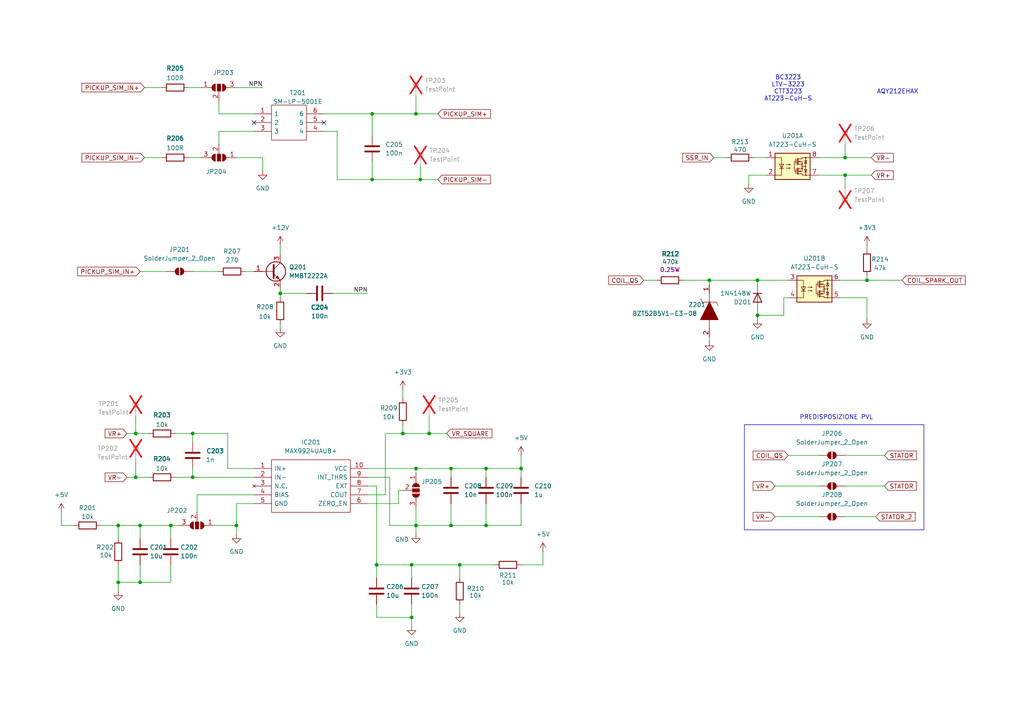
<source format=kicad_sch>
(kicad_sch (version 20250114) (generator "eeschema") (generator_version "9.0")
  (paper "A4")
  (lib_symbols
    (symbol "Connector:TestPoint" (pin_numbers (hide yes)) (pin_names (offset 0.762) (hide yes))
      (property "Reference" "TP" (at 0 6.858 0))
      (property "Value" "TestPoint" (at 0 5.08 0))
      (symbol "TestPoint_0_1"
        (circle (center 0 3.302) (radius 0.762))
      )
      (symbol "TestPoint_1_1"
        (pin passive line (at 0 0 90) (length 2.54) (name "1") (number "1"))
      )
    )
    (symbol "Device:C" (pin_numbers (hide yes)) (pin_names (offset 0.254))
      (property "Reference" "C" (at 0.635 2.54 0))
      (property "Value" "C" (at 0.635 -2.54 0))
      (symbol "C_0_1"
        (polyline (pts (xy -2.032 0.762) (xy 2.032 0.762)) (stroke (width 0.508)))
        (polyline (pts (xy -2.032 -0.762) (xy 2.032 -0.762)) (stroke (width 0.508)))
      )
      (symbol "C_1_1"
        (pin passive line (at 0 3.81 270) (length 2.794) (name "~") (number "1"))
        (pin passive line (at 0 -3.81 90) (length 2.794) (name "~") (number "2"))
      )
    )
    (symbol "Device:R" (pin_numbers (hide yes)) (pin_names (offset 0))
      (property "Reference" "R" (at 2.032 0 90))
      (property "Value" "R" (at 0 0 90))
      (symbol "R_0_1"
        (rectangle (start -1.016 -2.54) (end 1.016 2.54) (stroke (width 0.254)))
      )
      (symbol "R_1_1"
        (pin passive line (at 0 3.81 270) (length 1.27) (name "~") (number "1"))
        (pin passive line (at 0 -3.81 90) (length 1.27) (name "~") (number "2"))
      )
    )
    (symbol "Diode:1N4148W" (pin_numbers (hide yes)) (pin_names (hide yes))
      (property "Reference" "D" (at 0 2.54 0))
      (property "Value" "1N4148W" (at 0 -2.54 0))
      (symbol "1N4148W_0_1"
        (polyline (pts (xy -1.27 1.27) (xy -1.27 -1.27)) (stroke (width 0.254)))
        (polyline (pts (xy 1.27 1.27) (xy 1.27 -1.27) (xy -1.27 0) (xy 1.27 1.27)) (stroke (width 0.254)))
        (polyline (pts (xy 1.27 0) (xy -1.27 0)))
      )
      (symbol "1N4148W_1_1"
        (pin passive line (at -3.81 0 0) (length 2.54) (name "K") (number "1"))
        (pin passive line (at 3.81 0 180) (length 2.54) (name "A") (number "2"))
      )
    )
    (symbol "Jumper:SolderJumper_2_Open" (pin_numbers (hide yes)) (pin_names (offset 0) (hide yes)) (in_bom no)
      (property "Reference" "JP" (at 0 2.032 0))
      (property "Value" "SolderJumper_2_Open" (at 0 -2.54 0))
      (symbol "SolderJumper_2_Open_0_1"
        (polyline (pts (xy -0.254 1.016) (xy -0.254 -1.016)))
        (arc (start -0.254 -1.016) (mid -1.2656 0) (end -0.254 1.016))
        (arc (start -0.254 -1.016) (mid -1.2656 0) (end -0.254 1.016) (fill (type outline)))
        (arc (start 0.254 1.016) (mid 1.2656 0) (end 0.254 -1.016))
        (arc (start 0.254 1.016) (mid 1.2656 0) (end 0.254 -1.016) (fill (type outline)))
        (polyline (pts (xy 0.254 1.016) (xy 0.254 -1.016)))
      )
      (symbol "SolderJumper_2_Open_1_1"
        (pin passive line (at -3.81 0 0) (length 2.54) (name "A") (number "1"))
        (pin passive line (at 3.81 0 180) (length 2.54) (name "B") (number "2"))
      )
    )
    (symbol "Jumper:SolderJumper_3_Open" (pin_names (offset 0) (hide yes)) (in_bom no)
      (property "Reference" "JP" (at -2.54 -2.54 0))
      (property "Value" "SolderJumper_3_Open" (at 0 2.794 0))
      (symbol "SolderJumper_3_Open_0_1"
        (polyline (pts (xy -2.54 0) (xy -2.032 0)))
        (polyline (pts (xy -1.016 1.016) (xy -1.016 -1.016)))
        (arc (start -1.016 -1.016) (mid -2.0276 0) (end -1.016 1.016))
        (arc (start -1.016 -1.016) (mid -2.0276 0) (end -1.016 1.016) (fill (type outline)))
        (rectangle (start -0.508 1.016) (end 0.508 -1.016) (fill (type outline)))
        (polyline (pts (xy 0 -1.27) (xy 0 -1.016)))
        (arc (start 1.016 1.016) (mid 2.0276 0) (end 1.016 -1.016))
        (arc (start 1.016 1.016) (mid 2.0276 0) (end 1.016 -1.016) (fill (type outline)))
        (polyline (pts (xy 1.016 1.016) (xy 1.016 -1.016)))
        (polyline (pts (xy 2.54 0) (xy 2.032 0)))
      )
      (symbol "SolderJumper_3_Open_1_1"
        (pin passive line (at -5.08 0 0) (length 2.54) (name "A") (number "1"))
        (pin passive line (at 0 -3.81 90) (length 2.54) (name "C") (number "2"))
        (pin passive line (at 5.08 0 180) (length 2.54) (name "B") (number "3"))
      )
    )
    (symbol "Relay_SolidState:CPC2125N"
      (property "Reference" "U" (at -4.826 5.08 0))
      (property "Value" "CPC2125N" (at 2.794 5.08 0))
      (symbol "CPC2125N_0_1"
        (rectangle (start -5.08 3.81) (end 5.08 -3.81) (stroke (width 0.254)) (fill (type background)))
        (polyline (pts (xy -5.08 2.54) (xy -3.175 2.54) (xy -3.175 -2.54) (xy -5.08 -2.54)))
        (polyline (pts (xy -3.81 -0.635) (xy -2.54 -0.635)))
        (polyline (pts (xy -3.175 -0.635) (xy -3.81 0.635) (xy -2.54 0.635) (xy -3.175 -0.635)))
        (polyline (pts (xy -1.905 0.508) (xy -0.635 0.508) (xy -1.016 0.381) (xy -1.016 0.635) (xy -0.635 0.508)))
        (polyline (pts (xy -1.905 -0.508) (xy -0.635 -0.508) (xy -1.016 -0.635) (xy -1.016 -0.381) (xy -0.635 -0.508)))
        (polyline (pts (xy 1.016 2.159) (xy 1.016 0.635)) (stroke (width 0.2032)))
        (polyline (pts (xy 1.016 1.397) (xy 0.508 1.397) (xy 0.508 -1.397) (xy 1.016 -1.397)))
        (polyline (pts (xy 1.016 -0.635) (xy 1.016 -2.159)) (stroke (width 0.2032)))
        (polyline (pts (xy 1.651 2.159) (xy 2.794 2.159) (xy 2.794 2.54) (xy 5.08 2.54)))
        (polyline (pts (xy 1.651 1.397) (xy 2.794 1.397) (xy 2.794 0.635)))
        (polyline (pts (xy 1.651 -0.635) (xy 2.794 -0.635) (xy 2.794 0.635) (xy 1.651 0.635)))
        (polyline (pts (xy 1.651 -1.397) (xy 2.794 -1.397) (xy 2.794 -0.635)))
        (polyline (pts (xy 1.651 -2.159) (xy 2.794 -2.159) (xy 2.794 -2.54) (xy 5.08 -2.54)))
        (polyline (pts (xy 1.778 1.397) (xy 2.286 1.524) (xy 2.286 1.27) (xy 1.778 1.397)))
        (polyline (pts (xy 1.778 -1.397) (xy 2.286 -1.27) (xy 2.286 -1.524) (xy 1.778 -1.397)))
        (circle (center 2.794 0.635) (radius 0.127))
        (polyline (pts (xy 2.794 0) (xy 3.81 0)))
        (circle (center 2.794 0) (radius 0.127))
        (circle (center 2.794 -0.635) (radius 0.127))
        (polyline (pts (xy 3.429 1.651) (xy 4.191 1.651)))
        (polyline (pts (xy 3.429 -1.651) (xy 4.191 -1.651)))
        (circle (center 3.81 2.54) (radius 0.127))
        (polyline (pts (xy 3.81 1.651) (xy 3.429 0.889) (xy 4.191 0.889) (xy 3.81 1.651)))
        (circle (center 3.81 0) (radius 0.127))
        (polyline (pts (xy 3.81 -1.651) (xy 3.429 -0.889) (xy 4.191 -0.889) (xy 3.81 -1.651)))
        (polyline (pts (xy 3.81 -2.54) (xy 3.81 2.54)))
        (circle (center 3.81 -2.54) (radius 0.127))
      )
      (symbol "CPC2125N_1_1"
        (polyline (pts (xy 1.524 2.286) (xy 1.524 0.508)) (stroke (width 0.3302)))
        (polyline (pts (xy 1.524 -0.508) (xy 1.524 -2.286)) (stroke (width 0.3302)))
        (pin passive line (at -7.62 2.54 0) (length 2.54) (name "~") (number "1"))
        (pin passive line (at -7.62 -2.54 0) (length 2.54) (name "~") (number "2"))
        (pin passive line (at 7.62 2.54 180) (length 2.54) (name "~") (number "8"))
        (pin passive line (at 7.62 -2.54 180) (length 2.54) (name "~") (number "7"))
      )
      (symbol "CPC2125N_2_1"
        (polyline (pts (xy 1.524 2.286) (xy 1.524 0.508)) (stroke (width 0.3302)))
        (polyline (pts (xy 1.524 -0.508) (xy 1.524 -2.286)) (stroke (width 0.3302)))
        (pin passive line (at -7.62 2.54 0) (length 2.54) (name "~") (number "3"))
        (pin passive line (at -7.62 -2.54 0) (length 2.54) (name "~") (number "4"))
        (pin passive line (at 7.62 2.54 180) (length 2.54) (name "~") (number "6"))
        (pin passive line (at 7.62 -2.54 180) (length 2.54) (name "~") (number "5"))
      )
    )
    (symbol "SamacSys_Parts:BZT52B5V1-E3-08" (pin_names (offset 0.762))
      (property "Reference" "Z" (at 10.16 8.89 0))
      (property "Value" "BZT52B5V1-E3-08" (at 10.16 6.35 0))
      (symbol "BZT52B5V1-E3-08_0_0"
        (pin passive line (at 0 0 0) (length 2.54) (name "~") (number "1"))
        (pin passive line (at 15.24 0 180) (length 2.54) (name "~") (number "2"))
      )
      (symbol "BZT52B5V1-E3-08_0_1"
        (polyline (pts (xy 2.54 0) (xy 5.08 0)) (stroke (width 0.1524)))
        (polyline (pts (xy 4.064 -2.54) (xy 5.08 -2.032)) (stroke (width 0.1524)))
        (polyline (pts (xy 5.08 2.032) (xy 5.08 -2.032)) (stroke (width 0.1524)))
        (polyline (pts (xy 5.08 2.032) (xy 6.096 2.54)) (stroke (width 0.1524)))
        (polyline (pts (xy 5.08 0) (xy 10.16 2.54) (xy 10.16 -2.54) (xy 5.08 0)) (stroke (width 0.254)) (fill (type outline)))
        (polyline (pts (xy 12.7 0) (xy 10.16 0)) (stroke (width 0.1524)))
      )
    )
    (symbol "SamacSys_Parts:MAX9924UAUB+" (pin_names (offset 0.762))
      (property "Reference" "IC" (at 29.21 7.62 0))
      (property "Value" "MAX9924UAUB+" (at 29.21 5.08 0))
      (symbol "MAX9924UAUB+_0_0"
        (pin passive line (at 0 0 0) (length 5.08) (name "IN+") (number "1"))
        (pin passive line (at 0 -2.54 0) (length 5.08) (name "IN-") (number "2"))
        (pin no_connect line (at 0 -5.08 0) (length 5.08) (name "N.C.") (number "3"))
        (pin passive line (at 0 -7.62 0) (length 5.08) (name "BIAS") (number "4"))
        (pin passive line (at 0 -10.16 0) (length 5.08) (name "GND") (number "5"))
        (pin passive line (at 33.02 0 180) (length 5.08) (name "VCC") (number "10"))
        (pin passive line (at 33.02 -2.54 180) (length 5.08) (name "INT_THRS") (number "9"))
        (pin passive line (at 33.02 -5.08 180) (length 5.08) (name "EXT") (number "8"))
        (pin passive line (at 33.02 -7.62 180) (length 5.08) (name "COUT") (number "7"))
        (pin passive line (at 33.02 -10.16 180) (length 5.08) (name "ZERO_EN") (number "6"))
      )
      (symbol "MAX9924UAUB+_0_1"
        (polyline (pts (xy 5.08 2.54) (xy 27.94 2.54) (xy 27.94 -12.7) (xy 5.08 -12.7) (xy 5.08 2.54)) (stroke (width 0.1524)))
      )
    )
    (symbol "SamacSys_Parts:SM-LP-5001E" (pin_names (offset 0.762))
      (property "Reference" "T" (at 16.51 7.62 0))
      (property "Value" "SM-LP-5001E" (at 16.51 5.08 0))
      (symbol "SM-LP-5001E_0_0"
        (pin passive line (at 0 0 0) (length 5.08) (name "1") (number "1"))
        (pin passive line (at 0 -2.54 0) (length 5.08) (name "2") (number "2"))
        (pin passive line (at 0 -5.08 0) (length 5.08) (name "3") (number "3"))
        (pin passive line (at 20.32 0 180) (length 5.08) (name "6") (number "6"))
        (pin passive line (at 20.32 -2.54 180) (length 5.08) (name "5") (number "5"))
        (pin passive line (at 20.32 -5.08 180) (length 5.08) (name "4") (number "4"))
      )
      (symbol "SM-LP-5001E_0_1"
        (polyline (pts (xy 5.08 2.54) (xy 15.24 2.54) (xy 15.24 -7.62) (xy 5.08 -7.62) (xy 5.08 2.54)) (stroke (width 0.1524)))
      )
    )
    (symbol "Transistor_BJT:MMBT2222A" (pin_names (offset 0) (hide yes))
      (property "Reference" "Q" (at 5.08 1.905 0))
      (property "Value" "MMBT2222A" (at 5.08 0 0))
      (symbol "MMBT2222A_0_1"
        (polyline (pts (xy -2.54 0) (xy 0.635 0)))
        (polyline (pts (xy 0.635 1.905) (xy 0.635 -1.905)) (stroke (width 0.508)))
        (circle (center 1.27 0) (radius 2.8194) (stroke (width 0.254)))
      )
      (symbol "MMBT2222A_1_1"
        (polyline (pts (xy 0.635 0.635) (xy 2.54 2.54)))
        (polyline (pts (xy 0.635 -0.635) (xy 2.54 -2.54)))
        (polyline (pts (xy 1.27 -1.778) (xy 1.778 -1.27) (xy 2.286 -2.286) (xy 1.27 -1.778)) (fill (type outline)))
        (pin input line (at -5.08 0 0) (length 2.54) (name "B") (number "1"))
        (pin passive line (at 2.54 5.08 270) (length 2.54) (name "C") (number "3"))
        (pin passive line (at 2.54 -5.08 90) (length 2.54) (name "E") (number "2"))
      )
    )
    (symbol "power:+12V" (power) (pin_numbers (hide yes)) (pin_names (offset 0) (hide yes))
      (property "Value" "+12V" (at 0 3.556 0))
      (symbol "+12V_0_1"
        (polyline (pts (xy -0.762 1.27) (xy 0 2.54)))
        (polyline (pts (xy 0 2.54) (xy 0.762 1.27)))
        (polyline (pts (xy 0 0) (xy 0 2.54)))
      )
      (symbol "+12V_1_1"
        (pin power_in line (at 0 0 90) (length 0) (name "~") (number "1"))
      )
    )
    (symbol "power:+3V3" (power) (pin_numbers (hide yes)) (pin_names (offset 0) (hide yes))
      (property "Value" "+3V3" (at 0 3.556 0))
      (symbol "+3V3_0_1"
        (polyline (pts (xy -0.762 1.27) (xy 0 2.54)))
        (polyline (pts (xy 0 2.54) (xy 0.762 1.27)))
        (polyline (pts (xy 0 0) (xy 0 2.54)))
      )
      (symbol "+3V3_1_1"
        (pin power_in line (at 0 0 90) (length 0) (name "~") (number "1"))
      )
    )
    (symbol "power:+5V" (power) (pin_numbers (hide yes)) (pin_names (offset 0) (hide yes))
      (property "Value" "+5V" (at 0 3.556 0))
      (symbol "+5V_0_1"
        (polyline (pts (xy -0.762 1.27) (xy 0 2.54)))
        (polyline (pts (xy 0 2.54) (xy 0.762 1.27)))
        (polyline (pts (xy 0 0) (xy 0 2.54)))
      )
      (symbol "+5V_1_1"
        (pin power_in line (at 0 0 90) (length 0) (name "~") (number "1"))
      )
    )
    (symbol "power:GND" (power) (pin_numbers (hide yes)) (pin_names (offset 0) (hide yes))
      (property "Value" "GND" (at 0 -3.81 0))
      (symbol "GND_0_1"
        (polyline (pts (xy 0 0) (xy 0 -1.27) (xy 1.27 -1.27) (xy 0 -2.54) (xy -1.27 -1.27) (xy 0 -1.27)))
      )
      (symbol "GND_1_1"
        (pin power_in line (at 0 0 270) (length 0) (name "~") (number "1"))
      )
    )
  )
  (rectangle (start 215.9 123.19) (end 267.97 153.67))
  (text "BC3223\nLTV-3223\nCTT3223\nAT223-CuH-S" (at 228.6 25.654 0) (effects (font (size 1.27 1.27))))
  (text "PREDISPOSIZIONE PVL\n" (at 242.57 121.158 0) (effects (font (size 1.27 1.27))))
  (text "AQY212EHAX\n" (at 260.35 26.67 0) (effects (font (size 1.27 1.27))))
  (junction (at 219.71 81.28))
  (junction (at 245.11 45.72))
  (junction (at 55.88 138.43))
  (junction (at 245.11 50.8))
  (junction (at 34.29 152.4))
  (junction (at 119.38 163.83))
  (junction (at 34.29 168.91))
  (junction (at 130.81 152.4))
  (junction (at 81.28 85.09))
  (junction (at 140.97 152.4))
  (junction (at 109.22 163.83))
  (junction (at 40.64 152.4))
  (junction (at 120.65 152.4))
  (junction (at 107.95 52.07))
  (junction (at 39.37 138.43))
  (junction (at 124.46 125.73))
  (junction (at 120.65 135.89))
  (junction (at 121.92 52.07))
  (junction (at 55.88 125.73))
  (junction (at 119.38 179.07))
  (junction (at 40.64 168.91))
  (junction (at 151.13 135.89))
  (junction (at 251.46 81.28))
  (junction (at 68.58 152.4))
  (junction (at 120.65 33.02))
  (junction (at 205.74 81.28))
  (junction (at 49.53 152.4))
  (junction (at 140.97 135.89))
  (junction (at 107.95 33.02))
  (junction (at 133.35 163.83))
  (junction (at 130.81 135.89))
  (junction (at 219.71 91.44))
  (junction (at 116.84 125.73))
  (junction (at 39.37 125.73))
  (no_connect (at 73.66 35.56))
  (no_connect (at 93.98 35.56))
  (wire (pts (xy 68.58 152.4) (xy 68.58 146.05)))
  (wire (pts (xy 219.71 82.55) (xy 219.71 81.28)))
  (wire (pts (xy 40.64 152.4) (xy 49.53 152.4)))
  (wire (pts (xy 55.88 78.74) (xy 63.5 78.74)))
  (wire (pts (xy 71.12 78.74) (xy 73.66 78.74)))
  (wire (pts (xy 97.79 52.07) (xy 107.95 52.07)))
  (wire (pts (xy 50.8 138.43) (xy 55.88 138.43)))
  (wire (pts (xy 39.37 125.73) (xy 43.18 125.73)))
  (wire (pts (xy 57.15 148.59) (xy 57.15 143.51)))
  (wire (pts (xy 48.26 78.74) (xy 40.64 78.74)))
  (wire (pts (xy 124.46 125.73) (xy 129.54 125.73)))
  (wire (pts (xy 198.12 81.28) (xy 205.74 81.28)))
  (wire (pts (xy 34.29 152.4) (xy 40.64 152.4)))
  (wire (pts (xy 121.92 52.07) (xy 127 52.07)))
  (wire (pts (xy 133.35 163.83) (xy 143.51 163.83)))
  (wire (pts (xy 130.81 138.43) (xy 130.81 135.89)))
  (wire (pts (xy 109.22 163.83) (xy 119.38 163.83)))
  (wire (pts (xy 115.57 146.05) (xy 115.57 142.24)))
  (wire (pts (xy 205.74 99.06) (xy 205.74 97.79)))
  (wire (pts (xy 76.2 45.72) (xy 68.58 45.72)))
  (wire (pts (xy 157.48 163.83) (xy 157.48 160.02)))
  (wire (pts (xy 120.65 27.94) (xy 120.65 33.02)))
  (wire (pts (xy 68.58 146.05) (xy 73.66 146.05)))
  (wire (pts (xy 111.76 125.73) (xy 111.76 143.51)))
  (wire (pts (xy 190.5 81.28) (xy 186.69 81.28)))
  (wire (pts (xy 222.25 50.8) (xy 217.17 50.8)))
  (wire (pts (xy 151.13 146.05) (xy 151.13 152.4)))
  (wire (pts (xy 133.35 167.64) (xy 133.35 163.83)))
  (wire (pts (xy 63.5 41.91) (xy 63.5 38.1)))
  (wire (pts (xy 111.76 143.51) (xy 106.68 143.51)))
  (wire (pts (xy 73.66 135.89) (xy 66.04 135.89)))
  (wire (pts (xy 17.78 152.4) (xy 21.59 152.4)))
  (wire (pts (xy 256.54 140.97) (xy 245.11 140.97)))
  (wire (pts (xy 151.13 138.43) (xy 151.13 135.89)))
  (wire (pts (xy 205.74 82.55) (xy 205.74 81.28)))
  (wire (pts (xy 245.11 50.8) (xy 237.49 50.8)))
  (wire (pts (xy 81.28 85.09) (xy 81.28 86.36)))
  (wire (pts (xy 252.73 50.8) (xy 245.11 50.8)))
  (wire (pts (xy 120.65 152.4) (xy 130.81 152.4)))
  (wire (pts (xy 106.68 140.97) (xy 109.22 140.97)))
  (wire (pts (xy 207.01 45.72) (xy 210.82 45.72)))
  (wire (pts (xy 245.11 41.91) (xy 245.11 45.72)))
  (wire (pts (xy 54.61 25.4) (xy 58.42 25.4)))
  (wire (pts (xy 113.03 152.4) (xy 113.03 138.43)))
  (wire (pts (xy 34.29 168.91) (xy 40.64 168.91)))
  (wire (pts (xy 121.92 48.26) (xy 121.92 52.07)))
  (wire (pts (xy 76.2 49.53) (xy 76.2 45.72)))
  (wire (pts (xy 228.6 132.08) (xy 237.49 132.08)))
  (wire (pts (xy 219.71 81.28) (xy 228.6 81.28)))
  (wire (pts (xy 120.65 147.32) (xy 120.65 152.4)))
  (wire (pts (xy 17.78 148.59) (xy 17.78 152.4)))
  (wire (pts (xy 88.9 85.09) (xy 81.28 85.09)))
  (wire (pts (xy 49.53 163.83) (xy 49.53 168.91)))
  (wire (pts (xy 237.49 140.97) (xy 224.79 140.97)))
  (wire (pts (xy 245.11 132.08) (xy 256.54 132.08)))
  (wire (pts (xy 63.5 29.21) (xy 63.5 33.02)))
  (wire (pts (xy 219.71 91.44) (xy 219.71 92.71)))
  (wire (pts (xy 227.33 86.36) (xy 227.33 91.44)))
  (wire (pts (xy 116.84 123.19) (xy 116.84 125.73)))
  (wire (pts (xy 109.22 167.64) (xy 109.22 163.83)))
  (wire (pts (xy 63.5 38.1) (xy 73.66 38.1)))
  (wire (pts (xy 243.84 86.36) (xy 251.46 86.36)))
  (wire (pts (xy 68.58 152.4) (xy 68.58 154.94)))
  (wire (pts (xy 227.33 91.44) (xy 219.71 91.44)))
  (wire (pts (xy 40.64 163.83) (xy 40.64 168.91)))
  (wire (pts (xy 107.95 33.02) (xy 120.65 33.02)))
  (wire (pts (xy 107.95 52.07) (xy 121.92 52.07)))
  (wire (pts (xy 55.88 138.43) (xy 73.66 138.43)))
  (wire (pts (xy 107.95 33.02) (xy 107.95 39.37)))
  (wire (pts (xy 254 149.86) (xy 245.11 149.86)))
  (wire (pts (xy 116.84 125.73) (xy 124.46 125.73)))
  (wire (pts (xy 115.57 142.24) (xy 116.84 142.24)))
  (wire (pts (xy 49.53 152.4) (xy 52.07 152.4)))
  (wire (pts (xy 119.38 181.61) (xy 119.38 179.07)))
  (wire (pts (xy 251.46 71.12) (xy 251.46 72.39)))
  (wire (pts (xy 50.8 125.73) (xy 55.88 125.73)))
  (wire (pts (xy 251.46 81.28) (xy 261.62 81.28)))
  (wire (pts (xy 224.79 149.86) (xy 237.49 149.86)))
  (wire (pts (xy 81.28 71.12) (xy 81.28 73.66)))
  (wire (pts (xy 55.88 125.73) (xy 55.88 128.27)))
  (wire (pts (xy 39.37 133.35) (xy 39.37 138.43)))
  (wire (pts (xy 130.81 146.05) (xy 130.81 152.4)))
  (wire (pts (xy 151.13 135.89) (xy 140.97 135.89)))
  (wire (pts (xy 39.37 120.65) (xy 39.37 125.73)))
  (wire (pts (xy 251.46 80.01) (xy 251.46 81.28)))
  (wire (pts (xy 93.98 38.1) (xy 97.79 38.1)))
  (wire (pts (xy 140.97 146.05) (xy 140.97 152.4)))
  (wire (pts (xy 252.73 45.72) (xy 245.11 45.72)))
  (wire (pts (xy 36.83 125.73) (xy 39.37 125.73)))
  (wire (pts (xy 116.84 113.03) (xy 116.84 115.57)))
  (wire (pts (xy 217.17 50.8) (xy 217.17 53.34)))
  (wire (pts (xy 109.22 175.26) (xy 109.22 179.07)))
  (wire (pts (xy 245.11 54.61) (xy 245.11 50.8)))
  (wire (pts (xy 107.95 46.99) (xy 107.95 52.07)))
  (wire (pts (xy 140.97 135.89) (xy 130.81 135.89)))
  (wire (pts (xy 120.65 135.89) (xy 106.68 135.89)))
  (wire (pts (xy 39.37 138.43) (xy 43.18 138.43)))
  (wire (pts (xy 245.11 45.72) (xy 237.49 45.72)))
  (wire (pts (xy 219.71 91.44) (xy 219.71 90.17)))
  (wire (pts (xy 41.91 25.4) (xy 46.99 25.4)))
  (wire (pts (xy 130.81 152.4) (xy 140.97 152.4)))
  (wire (pts (xy 218.44 45.72) (xy 222.25 45.72)))
  (wire (pts (xy 34.29 171.45) (xy 34.29 168.91)))
  (wire (pts (xy 81.28 83.82) (xy 81.28 85.09)))
  (wire (pts (xy 251.46 86.36) (xy 251.46 92.71)))
  (wire (pts (xy 140.97 152.4) (xy 151.13 152.4)))
  (wire (pts (xy 57.15 143.51) (xy 73.66 143.51)))
  (wire (pts (xy 97.79 38.1) (xy 97.79 52.07)))
  (wire (pts (xy 36.83 138.43) (xy 39.37 138.43)))
  (wire (pts (xy 109.22 179.07) (xy 119.38 179.07)))
  (wire (pts (xy 120.65 33.02) (xy 127 33.02)))
  (wire (pts (xy 111.76 125.73) (xy 116.84 125.73)))
  (wire (pts (xy 29.21 152.4) (xy 34.29 152.4)))
  (wire (pts (xy 115.57 146.05) (xy 106.68 146.05)))
  (wire (pts (xy 81.28 93.98) (xy 81.28 95.25)))
  (wire (pts (xy 34.29 163.83) (xy 34.29 168.91)))
  (wire (pts (xy 205.74 81.28) (xy 219.71 81.28)))
  (wire (pts (xy 119.38 163.83) (xy 133.35 163.83)))
  (wire (pts (xy 120.65 152.4) (xy 113.03 152.4)))
  (wire (pts (xy 120.65 137.16) (xy 120.65 135.89)))
  (wire (pts (xy 243.84 81.28) (xy 251.46 81.28)))
  (wire (pts (xy 41.91 45.72) (xy 46.99 45.72)))
  (wire (pts (xy 76.2 25.4) (xy 68.58 25.4)))
  (wire (pts (xy 133.35 177.8) (xy 133.35 175.26)))
  (wire (pts (xy 120.65 154.94) (xy 120.65 152.4)))
  (wire (pts (xy 228.6 86.36) (xy 227.33 86.36)))
  (wire (pts (xy 140.97 135.89) (xy 140.97 138.43)))
  (wire (pts (xy 34.29 156.21) (xy 34.29 152.4)))
  (wire (pts (xy 119.38 175.26) (xy 119.38 179.07)))
  (wire (pts (xy 93.98 33.02) (xy 107.95 33.02)))
  (wire (pts (xy 106.68 85.09) (xy 96.52 85.09)))
  (wire (pts (xy 66.04 135.89) (xy 66.04 125.73)))
  (wire (pts (xy 66.04 125.73) (xy 55.88 125.73)))
  (wire (pts (xy 55.88 135.89) (xy 55.88 138.43)))
  (wire (pts (xy 40.64 168.91) (xy 49.53 168.91)))
  (wire (pts (xy 151.13 163.83) (xy 157.48 163.83)))
  (wire (pts (xy 49.53 156.21) (xy 49.53 152.4)))
  (wire (pts (xy 54.61 45.72) (xy 58.42 45.72)))
  (wire (pts (xy 63.5 33.02) (xy 73.66 33.02)))
  (wire (pts (xy 109.22 140.97) (xy 109.22 163.83)))
  (wire (pts (xy 113.03 138.43) (xy 106.68 138.43)))
  (wire (pts (xy 120.65 135.89) (xy 130.81 135.89)))
  (wire (pts (xy 119.38 167.64) (xy 119.38 163.83)))
  (wire (pts (xy 151.13 132.08) (xy 151.13 135.89)))
  (wire (pts (xy 62.23 152.4) (xy 68.58 152.4)))
  (wire (pts (xy 40.64 156.21) (xy 40.64 152.4)))
  (wire (pts (xy 124.46 120.65) (xy 124.46 125.73)))
  (label "NPN" (at 106.68 85.09 180))
  (label "NPN" (at 76.2 25.4 180))
  (global_label "COIL_QS" (shape input) (at 186.69 81.28 180) (property "Intersheetrefs" "${INTERSHEET_REFS}" (effects (hide yes))))
  (global_label "VR-" (shape input) (at 224.79 149.86 180) (property "Intersheetrefs" "${INTERSHEET_REFS}" (effects (hide yes))))
  (global_label "PICKUP_SIM-" (shape input) (at 127 52.07 0) (property "Intersheetrefs" "${INTERSHEET_REFS}" (effects (hide yes))))
  (global_label "COIL_SPARK_OUT" (shape input) (at 261.62 81.28 0) (property "Intersheetrefs" "${INTERSHEET_REFS}" (effects (hide yes))))
  (global_label "VR-" (shape input) (at 36.83 138.43 180) (property "Intersheetrefs" "${INTERSHEET_REFS}" (effects (hide yes))))
  (global_label "PICKUP_SIM_IN+" (shape input) (at 41.91 25.4 180) (property "Intersheetrefs" "${INTERSHEET_REFS}" (effects (hide yes))))
  (global_label "VR+" (shape input) (at 252.73 50.8 0) (property "Intersheetrefs" "${INTERSHEET_REFS}" (effects (hide yes))))
  (global_label "PICKUP_SIM_IN-" (shape input) (at 41.91 45.72 180) (property "Intersheetrefs" "${INTERSHEET_REFS}" (effects (hide yes))))
  (global_label "STATOR" (shape input) (at 256.54 140.97 0) (property "Intersheetrefs" "${INTERSHEET_REFS}" (effects (hide yes))))
  (global_label "VR_SQUARE" (shape input) (at 129.54 125.73 0) (property "Intersheetrefs" "${INTERSHEET_REFS}" (effects (hide yes))))
  (global_label "VR-" (shape input) (at 252.73 45.72 0) (property "Intersheetrefs" "${INTERSHEET_REFS}" (effects (hide yes))))
  (global_label "SSR_IN" (shape input) (at 207.01 45.72 180) (property "Intersheetrefs" "${INTERSHEET_REFS}" (effects (hide yes))))
  (global_label "VR+" (shape input) (at 36.83 125.73 180) (property "Intersheetrefs" "${INTERSHEET_REFS}" (effects (hide yes))))
  (global_label "STATOR_2" (shape input) (at 254 149.86 0) (property "Intersheetrefs" "${INTERSHEET_REFS}" (effects (hide yes))))
  (global_label "PICKUP_SIM+" (shape input) (at 127 33.02 0) (property "Intersheetrefs" "${INTERSHEET_REFS}" (effects (hide yes))))
  (global_label "VR+" (shape input) (at 224.79 140.97 180) (property "Intersheetrefs" "${INTERSHEET_REFS}" (effects (hide yes))))
  (global_label "STATOR" (shape input) (at 256.54 132.08 0) (property "Intersheetrefs" "${INTERSHEET_REFS}" (effects (hide yes))))
  (global_label "PICKUP_SIM_IN+" (shape input) (at 40.64 78.74 180) (property "Intersheetrefs" "${INTERSHEET_REFS}" (effects (hide yes))))
  (global_label "COIL_QS" (shape input) (at 228.6 132.08 180) (property "Intersheetrefs" "${INTERSHEET_REFS}" (effects (hide yes))))
  (symbol (lib_id "Relay_SolidState:CPC2125N") (at 236.22 83.82 0) (unit 2)
    (property "Reference" "U201" (at 236.22 74.93 0))
    (property "Value" "AT223-CuH-S" (at 236.22 77.47 0))
    (property "Footprint" "Package_SO:SOP-8_6.605x9.655mm_P2.54mm" (effects (hide yes)))
    (property "Datasheet" "https://www.lcsc.com/datasheet/C32712995.pdf" (effects (hide yes)))
    (property "Description" "Dual Form B, Solid State Relay (Photo MOSFET) 400V, 0.1A, 35Ohm, SO-8" (effects (hide yes)))
  )
  (symbol (lib_id "Connector:TestPoint") (at 120.65 27.94 0) (unit 1) (dnp yes)
    (property "Reference" "TP203" (at 123.19 23.3679 0) (effects (justify left)))
    (property "Value" "TestPoint" (at 123.19 25.9079 0) (effects (justify left)))
    (property "Footprint" "Connector_PinHeader_2.54mm:PinHeader_1x01_P2.54mm_Vertical" (effects (hide yes)))
    (property "Description" "test point" (effects (hide yes)))
  )
  (symbol (lib_id "Connector:TestPoint") (at 39.37 120.65 0) (unit 1) (dnp yes)
    (property "Reference" "TP201" (at 28.448 117.094 0) (effects (justify left)))
    (property "Value" "TestPoint" (at 28.448 119.634 0) (effects (justify left)))
    (property "Footprint" "Connector_PinHeader_2.54mm:PinHeader_1x01_P2.54mm_Vertical" (effects (hide yes)))
    (property "Description" "test point" (effects (hide yes)))
  )
  (symbol (lib_id "Device:R") (at 194.31 81.28 90) (unit 1)
    (property "Reference" "R212" (at 191.77 73.66 90) (effects (font (thickness 0.254) (bold yes)) (justify right)))
    (property "Value" "470k" (at 192.024 75.946 90) (effects (justify right)))
    (property "Footprint" "Resistor_SMD:R_0805_2012Metric" (effects (hide yes)))
    (property "Description" "0.25W" (at 194.31 78.232 90))
  )
  (symbol (lib_id "Device:R") (at 25.4 152.4 90) (unit 1)
    (property "Reference" "R201" (at 25.4 147.32 90))
    (property "Value" "10k" (at 25.4 149.86 90))
    (property "Footprint" "Resistor_SMD:R_0805_2012Metric" (effects (hide yes)))
    (property "Description" "Resistor" (effects (hide yes)))
  )
  (symbol (lib_id "power:+3V3") (at 116.84 113.03 0) (unit 1)
    (property "Reference" "#PWR0207" (effects (hide yes)))
    (property "Value" "+3V3" (at 116.84 107.95 0))
    (property "Description" "Power symbol creates a global label with name \"+3V3\"" (effects (hide yes)))
  )
  (symbol (lib_id "Connector:TestPoint") (at 245.11 54.61 180) (unit 1) (dnp yes)
    (property "Reference" "TP207" (at 247.65 55.372 0) (effects (justify right)))
    (property "Value" "TestPoint" (at 247.65 57.912 0) (effects (justify right)))
    (property "Footprint" "Connector_PinHeader_2.54mm:PinHeader_1x01_P2.54mm_Vertical" (effects (hide yes)))
    (property "Description" "test point" (effects (hide yes)))
  )
  (symbol (lib_id "Device:C") (at 109.22 171.45 0) (unit 1)
    (property "Reference" "C206" (at 112.014 170.18 0) (effects (justify left)))
    (property "Value" "10u" (at 112.014 172.72 0) (effects (justify left)))
    (property "Footprint" "Capacitor_SMD:C_0805_2012Metric" (effects (hide yes)))
    (property "Description" "Unpolarized capacitor" (effects (hide yes)))
  )
  (symbol (lib_id "Device:C") (at 119.38 171.45 0) (unit 1)
    (property "Reference" "C207" (at 122.174 170.18 0) (effects (justify left)))
    (property "Value" "100n" (at 122.174 172.72 0) (effects (justify left)))
    (property "Footprint" "Capacitor_SMD:C_0805_2012Metric" (effects (hide yes)))
    (property "Description" "Unpolarized capacitor" (effects (hide yes)))
  )
  (symbol (lib_id "Jumper:SolderJumper_2_Open") (at 241.3 140.97 180) (unit 1) (in_bom no)
    (property "Reference" "JP207" (at 241.3 134.62 0))
    (property "Value" "SolderJumper_2_Open" (at 241.3 137.16 0))
    (property "Footprint" "Jumper:SolderJumper-2_P1.3mm_Open_RoundedPad1.0x1.5mm" (effects (hide yes)))
    (property "Description" "Solder Jumper, 2-pole, open" (effects (hide yes)))
  )
  (symbol (lib_id "power:+5V") (at 157.48 160.02 0) (unit 1)
    (property "Reference" "#PWR0212" (effects (hide yes)))
    (property "Value" "+5V" (at 157.48 154.94 0))
    (property "Description" "Power symbol creates a global label with name \"+5V\"" (effects (hide yes)))
  )
  (symbol (lib_id "Device:C") (at 55.88 132.08 0) (unit 1)
    (property "Reference" "C203" (at 59.69 130.8099 0) (effects (font (thickness 0.254) (bold yes)) (justify left)))
    (property "Value" "1n" (at 59.69 133.3499 0) (effects (justify left)))
    (property "Footprint" "Capacitor_SMD:C_0805_2012Metric" (effects (hide yes)))
    (property "Description" "Unpolarized capacitor" (effects (hide yes)))
  )
  (symbol (lib_id "Device:R") (at 214.63 45.72 270) (unit 1)
    (property "Reference" "R213" (at 214.63 41.148 90))
    (property "Value" "470" (at 214.63 43.434 90))
    (property "Footprint" "Resistor_SMD:R_0805_2012Metric" (effects (hide yes)))
    (property "Description" "Resistor" (effects (hide yes)))
  )
  (symbol (lib_id "power:GND") (at 133.35 177.8 0) (unit 1)
    (property "Reference" "#PWR0210" (effects (hide yes)))
    (property "Value" "GND" (at 133.35 182.88 0))
    (property "Description" "Power symbol creates a global label with name \"GND\" , ground" (effects (hide yes)))
  )
  (symbol (lib_id "Jumper:SolderJumper_2_Open") (at 52.07 78.74 180) (unit 1) (in_bom no)
    (property "Reference" "JP201" (at 52.07 72.39 0))
    (property "Value" "SolderJumper_2_Open" (at 52.07 74.93 0))
    (property "Footprint" "Jumper:SolderJumper-2_P1.3mm_Open_RoundedPad1.0x1.5mm" (effects (hide yes)))
    (property "Description" "Solder Jumper, 2-pole, open" (effects (hide yes)))
  )
  (symbol (lib_id "Device:R") (at 34.29 160.02 180) (unit 1)
    (property "Reference" "R202" (at 30.48 158.75 0))
    (property "Value" "10k" (at 30.734 161.036 0))
    (property "Footprint" "Resistor_SMD:R_0805_2012Metric" (effects (hide yes)))
    (property "Description" "Resistor" (effects (hide yes)))
  )
  (symbol (lib_id "Device:R") (at 50.8 45.72 90) (unit 1)
    (property "Reference" "R206" (at 50.8 40.132 90) (effects (font (thickness 0.254) (bold yes))))
    (property "Value" "100R" (at 50.8 42.926 90))
    (property "Footprint" "Resistor_SMD:R_0805_2012Metric" (effects (hide yes)))
    (property "Description" "Resistor" (effects (hide yes)))
  )
  (symbol (lib_id "power:GND") (at 76.2 49.53 0) (unit 1)
    (property "Reference" "#PWR0204" (effects (hide yes)))
    (property "Value" "GND" (at 76.2 54.61 0))
    (property "Description" "Power symbol creates a global label with name \"GND\" , ground" (effects (hide yes)))
  )
  (symbol (lib_id "Device:C") (at 151.13 142.24 0) (unit 1)
    (property "Reference" "C210" (at 154.94 140.9699 0) (effects (justify left)))
    (property "Value" "1u" (at 154.94 143.5099 0) (effects (justify left)))
    (property "Footprint" "Capacitor_SMD:C_0805_2012Metric" (effects (hide yes)))
    (property "Description" "Unpolarized capacitor" (effects (hide yes)))
  )
  (symbol (lib_id "Diode:1N4148W") (at 219.71 86.36 270) (unit 1)
    (property "Reference" "D201" (at 217.932 87.63 90) (effects (justify right)))
    (property "Value" "1N4148W" (at 217.932 85.09 90) (effects (justify right)))
    (property "Footprint" "Diode_SMD:D_SOD-123" (effects (hide yes)))
    (property "Datasheet" "https://www.vishay.com/docs/85748/1n4148w.pdf" (effects (hide yes)))
    (property "Description" "75V 0.15A Fast Switching Diode, SOD-123" (effects (hide yes)))
    (property "Sim.Device" "D" (effects (hide yes)))
    (property "Sim.Pins" "1=K 2=A" (effects (hide yes)))
  )
  (symbol (lib_id "Device:C") (at 107.95 43.18 0) (unit 1)
    (property "Reference" "C205" (at 111.76 41.9099 0) (effects (justify left)))
    (property "Value" "100n" (at 111.76 44.4499 0) (effects (justify left)))
    (property "Footprint" "Capacitor_SMD:C_0805_2012Metric" (effects (hide yes)))
    (property "Description" "Unpolarized capacitor" (effects (hide yes)))
  )
  (symbol (lib_id "power:GND") (at 34.29 171.45 0) (unit 1)
    (property "Reference" "#PWR0202" (effects (hide yes)))
    (property "Value" "GND" (at 34.29 176.53 0))
    (property "Description" "Power symbol creates a global label with name \"GND\" , ground" (effects (hide yes)))
  )
  (symbol (lib_id "Device:R") (at 67.31 78.74 270) (unit 1)
    (property "Reference" "R207" (at 67.31 72.898 90))
    (property "Value" "270" (at 67.31 75.438 90))
    (property "Footprint" "Resistor_SMD:R_0805_2012Metric" (effects (hide yes)))
    (property "Description" "Resistor" (effects (hide yes)))
  )
  (symbol (lib_id "power:GND") (at 68.58 154.94 0) (unit 1)
    (property "Reference" "#PWR0203" (effects (hide yes)))
    (property "Value" "GND" (at 68.58 160.02 0))
    (property "Description" "Power symbol creates a global label with name \"GND\" , ground" (effects (hide yes)))
  )
  (symbol (lib_id "Jumper:SolderJumper_2_Open") (at 241.3 149.86 180) (unit 1) (in_bom no)
    (property "Reference" "JP208" (at 241.3 143.51 0))
    (property "Value" "SolderJumper_2_Open" (at 241.3 146.05 0))
    (property "Footprint" "Jumper:SolderJumper-2_P1.3mm_Open_RoundedPad1.0x1.5mm" (effects (hide yes)))
    (property "Description" "Solder Jumper, 2-pole, open" (effects (hide yes)))
  )
  (symbol (lib_id "Device:R") (at 116.84 119.38 180) (unit 1)
    (property "Reference" "R209" (at 112.776 118.364 0))
    (property "Value" "10k" (at 112.776 120.904 0))
    (property "Footprint" "Resistor_SMD:R_0805_2012Metric" (effects (hide yes)))
    (property "Description" "Resistor" (effects (hide yes)))
  )
  (symbol (lib_id "Connector:TestPoint") (at 124.46 120.65 0) (unit 1) (dnp yes)
    (property "Reference" "TP205" (at 127 116.0779 0) (effects (justify left)))
    (property "Value" "TestPoint" (at 127 118.6179 0) (effects (justify left)))
    (property "Footprint" "Connector_PinHeader_2.54mm:PinHeader_1x01_P2.54mm_Vertical" (effects (hide yes)))
    (property "Description" "test point" (effects (hide yes)))
  )
  (symbol (lib_id "SamacSys_Parts:SM-LP-5001E") (at 73.66 33.02 0) (unit 1)
    (property "Reference" "T201" (at 86.36 26.924 0))
    (property "Value" "SM-LP-5001E" (at 86.36 29.464 0))
    (property "Footprint" "SamacSys_Parts:SMLP5001E" (effects (hide yes)))
    (property "Datasheet" "https://www.bourns.com/pdfs/SMLP5001.pdf" (effects (hide yes)))
    (property "Description" "Surface Mount Audio Transformer" (effects (hide yes)))
    (property "Description_1" "Surface Mount Audio Transformer" (effects (hide yes)))
    (property "Height" "7" (effects (hide yes)))
    (property "Manufacturer_Name" "Bourns" (effects (hide yes)))
    (property "Manufacturer_Part_Number" "SM-LP-5001E" (effects (hide yes)))
    (property "Mouser Part Number" "652-SM-LP-5001E" (effects (hide yes)))
    (property "Mouser Price/Stock" "https://www.mouser.co.uk/ProductDetail/Bourns/SM-LP-5001E?qs=1dK%2Fvx87kV2hLBpgvZER%252Bg%3D%3D" (effects (hide yes)))
    (property "Arrow Part Number" "SM-LP-5001E" (effects (hide yes)))
    (property "Arrow Price/Stock" "https://www.arrow.com/en/products/sm-lp-5001e/bourns?utm_currency=USD&region=europe" (effects (hide yes)))
  )
  (symbol (lib_id "Device:R") (at 50.8 25.4 90) (unit 1)
    (property "Reference" "R205" (at 50.8 19.812 90) (effects (font (thickness 0.254) (bold yes))))
    (property "Value" "100R" (at 50.8 22.606 90))
    (property "Footprint" "Resistor_SMD:R_0805_2012Metric" (effects (hide yes)))
    (property "Description" "Resistor" (effects (hide yes)))
  )
  (symbol (lib_id "Device:R") (at 46.99 125.73 270) (unit 1)
    (property "Reference" "R203" (at 46.99 120.396 90) (effects (font (thickness 0.254) (bold yes))))
    (property "Value" "10k" (at 46.99 123.19 90))
    (property "Footprint" "Resistor_SMD:R_0805_2012Metric" (effects (hide yes)))
    (property "Description" "Resistor" (effects (hide yes)))
  )
  (symbol (lib_id "Device:R") (at 251.46 76.2 180) (unit 1)
    (property "Reference" "R214" (at 255.27 75.184 0))
    (property "Value" "47k" (at 255.27 77.724 0))
    (property "Footprint" "Resistor_SMD:R_0805_2012Metric" (effects (hide yes)))
    (property "Description" "Resistor" (effects (hide yes)))
  )
  (symbol (lib_id "Device:R") (at 46.99 138.43 270) (unit 1)
    (property "Reference" "R204" (at 46.99 133.096 90) (effects (font (thickness 0.254) (bold yes))))
    (property "Value" "10k" (at 46.99 135.89 90))
    (property "Footprint" "Resistor_SMD:R_0805_2012Metric" (effects (hide yes)))
    (property "Description" "Resistor" (effects (hide yes)))
  )
  (symbol (lib_id "Jumper:SolderJumper_3_Open") (at 63.5 45.72 180) (unit 1) (in_bom no)
    (property "Reference" "JP204" (at 65.786 49.784 0) (effects (justify left)))
    (property "Value" "SolderJumper_3_Open" (effects (hide yes)))
    (property "Footprint" "Jumper:SolderJumper-3_P1.3mm_Open_RoundedPad1.0x1.5mm" (effects (hide yes)))
    (property "Description" "Solder Jumper, 3-pole, open" (effects (hide yes)))
  )
  (symbol (lib_id "SamacSys_Parts:MAX9924UAUB+") (at 73.66 135.89 0) (unit 1)
    (property "Reference" "IC201" (at 90.17 128.27 0))
    (property "Value" "MAX9924UAUB+" (at 90.17 130.81 0))
    (property "Footprint" "SamacSys_Parts:SOP50P490X110-10N" (effects (hide yes)))
    (property "Datasheet" "https://datasheets.maximintegrated.com/en/ds/MAX9924-MAX9927.pdf" (effects (hide yes)))
    (property "Description" "Variable Reluctance Sr Interface uMAX10 Maxim MAX9924UAUB+ Hall Effect Sensor IC 10-Pin uMAX, 4.5  5.5 V" (effects (hide yes)))
    (property "Description_1" "Variable Reluctance Sr Interface uMAX10 Maxim MAX9924UAUB+ Hall Effect Sensor IC 10-Pin uMAX, 4.5  5.5 V" (effects (hide yes)))
    (property "Height" "1.1" (effects (hide yes)))
    (property "Manufacturer_Name" "Analog Devices" (effects (hide yes)))
    (property "Manufacturer_Part_Number" "MAX9924UAUB+" (effects (hide yes)))
    (property "Mouser Part Number" "700-MAX9924UAUB" (effects (hide yes)))
    (property "Mouser Price/Stock" "https://www.mouser.co.uk/ProductDetail/Analog-Devices-Maxim-Integrated/MAX9924UAUB%2b?qs=CDqwynd4ZNp%2Fw00%252BzYUiZw%3D%3D" (effects (hide yes)))
    (property "Arrow Part Number" "MAX9924UAUB+" (effects (hide yes)))
    (property "Arrow Price/Stock" "https://www.arrow.com/en/products/max9924uaub/analog-devices?utm_currency=USD&region=nac" (effects (hide yes)))
  )
  (symbol (lib_id "power:+3V3") (at 251.46 71.12 0) (unit 1)
    (property "Reference" "#PWR0216" (effects (hide yes)))
    (property "Value" "+3V3" (at 251.46 66.04 0))
    (property "Description" "Power symbol creates a global label with name \"+3V3\"" (effects (hide yes)))
  )
  (symbol (lib_id "SamacSys_Parts:BZT52B5V1-E3-08") (at 205.74 82.55 270) (unit 1)
    (property "Reference" "Z201" (at 199.644 88.392 90) (effects (justify left)))
    (property "Value" "BZT52B5V1-E3-08" (at 183.388 90.932 90) (effects (justify left)))
    (property "Footprint" "Diode_SMD:D_SOD-123" (effects (hide yes)))
    (property "Datasheet" "http://www.vishay.com/docs/85760/bzt52.pdf" (effects (hide yes)))
    (property "Description" "Vishay BZT52B5V1-E3-08 Zener Diode, 5.1V 2% 500 mW SMT 2-Pin SOD-123" (effects (hide yes)))
    (property "Description_1" "Vishay BZT52B5V1-E3-08 Zener Diode, 5.1V 2% 500 mW SMT 2-Pin SOD-123" (effects (hide yes)))
    (property "Height" "1.35" (effects (hide yes)))
    (property "Manufacturer_Name" "Vishay" (effects (hide yes)))
    (property "Manufacturer_Part_Number" "BZT52B5V1-E3-08" (effects (hide yes)))
    (property "Mouser Part Number" "78-BZT52B5V1-E3-08" (effects (hide yes)))
    (property "Mouser Price/Stock" "https://www.mouser.co.uk/ProductDetail/Vishay-Semiconductors/BZT52B5V1-E3-08?qs=KP8Io%2FXyE5Sz55z44LM67w%3D%3D" (effects (hide yes)))
    (property "Arrow Part Number" "BZT52B5V1-E3-08" (effects (hide yes)))
    (property "Arrow Price/Stock" "https://www.arrow.com/en/products/bzt52b5v1-e3-08/vishay?utm_currency=USD&region=nac" (effects (hide yes)))
  )
  (symbol (lib_id "Jumper:SolderJumper_2_Open") (at 241.3 132.08 180) (unit 1) (in_bom no)
    (property "Reference" "JP206" (at 241.3 125.73 0))
    (property "Value" "SolderJumper_2_Open" (at 241.3 128.27 0))
    (property "Footprint" "Jumper:SolderJumper-2_P1.3mm_Open_RoundedPad1.0x1.5mm" (effects (hide yes)))
    (property "Description" "Solder Jumper, 2-pole, open" (effects (hide yes)))
  )
  (symbol (lib_id "power:+5V") (at 17.78 148.59 0) (unit 1)
    (property "Reference" "#PWR0201" (effects (hide yes)))
    (property "Value" "+5V" (at 17.78 143.51 0))
    (property "Description" "Power symbol creates a global label with name \"+5V\"" (effects (hide yes)))
  )
  (symbol (lib_id "Jumper:SolderJumper_3_Open") (at 57.15 152.4 180) (unit 1) (in_bom no)
    (property "Reference" "JP202" (at 54.356 148.082 0) (effects (justify left)))
    (property "Value" "SolderJumper_3_Open" (effects (hide yes)))
    (property "Footprint" "Jumper:SolderJumper-3_P1.3mm_Open_RoundedPad1.0x1.5mm" (effects (hide yes)))
    (property "Description" "Solder Jumper, 3-pole, open" (effects (hide yes)))
  )
  (symbol (lib_id "Jumper:SolderJumper_3_Open") (at 63.5 25.4 0) (unit 1) (in_bom no)
    (property "Reference" "JP203" (at 61.722 21.082 0) (effects (justify left)))
    (property "Value" "SolderJumper_3_Open" (effects (hide yes)))
    (property "Footprint" "Jumper:SolderJumper-3_P1.3mm_Open_RoundedPad1.0x1.5mm" (effects (hide yes)))
    (property "Description" "Solder Jumper, 3-pole, open" (effects (hide yes)))
  )
  (symbol (lib_id "power:GND") (at 251.46 92.71 0) (unit 1)
    (property "Reference" "#PWR0217" (effects (hide yes)))
    (property "Value" "GND" (at 251.46 97.79 0))
    (property "Description" "Power symbol creates a global label with name \"GND\" , ground" (effects (hide yes)))
  )
  (symbol (lib_id "Device:C") (at 130.81 142.24 0) (unit 1)
    (property "Reference" "C208" (at 134.62 140.9699 0) (effects (justify left)))
    (property "Value" "10n" (at 134.62 143.5099 0) (effects (justify left)))
    (property "Footprint" "Capacitor_SMD:C_0805_2012Metric" (effects (hide yes)))
    (property "Description" "Unpolarized capacitor" (effects (hide yes)))
  )
  (symbol (lib_id "Device:C") (at 140.97 142.24 0) (unit 1)
    (property "Reference" "C209" (at 143.764 140.97 0) (effects (justify left)))
    (property "Value" "100n" (at 143.764 143.51 0) (effects (justify left)))
    (property "Footprint" "Capacitor_SMD:C_0805_2012Metric" (effects (hide yes)))
    (property "Description" "Unpolarized capacitor" (effects (hide yes)))
  )
  (symbol (lib_id "Device:C") (at 92.71 85.09 270) (unit 1)
    (property "Reference" "C204" (at 92.71 89.154 90) (effects (font (thickness 0.254) (bold yes))))
    (property "Value" "100n" (at 92.71 91.694 90))
    (property "Footprint" "Capacitor_SMD:C_0805_2012Metric" (effects (hide yes)))
    (property "Description" "Unpolarized capacitor" (effects (hide yes)))
  )
  (symbol (lib_id "Device:R") (at 81.28 90.17 180) (unit 1)
    (property "Reference" "R208" (at 76.835 89.027 0))
    (property "Value" "10k" (at 76.835 91.821 0))
    (property "Footprint" "Resistor_SMD:R_0805_2012Metric" (effects (hide yes)))
    (property "Description" "Resistor" (effects (hide yes)))
  )
  (symbol (lib_id "power:GND") (at 219.71 92.71 0) (unit 1)
    (property "Reference" "#PWR0215" (effects (hide yes)))
    (property "Value" "GND" (at 219.71 97.79 0))
    (property "Description" "Power symbol creates a global label with name \"GND\" , ground" (effects (hide yes)))
  )
  (symbol (lib_id "power:GND") (at 81.28 95.25 0) (unit 1)
    (property "Reference" "#PWR0206" (effects (hide yes)))
    (property "Value" "GND" (at 81.28 100.33 0))
    (property "Description" "Power symbol creates a global label with name \"GND\" , ground" (effects (hide yes)))
  )
  (symbol (lib_id "power:GND") (at 119.38 181.61 0) (unit 1)
    (property "Reference" "#PWR0208" (effects (hide yes)))
    (property "Value" "GND" (at 119.38 186.69 0))
    (property "Description" "Power symbol creates a global label with name \"GND\" , ground" (effects (hide yes)))
  )
  (symbol (lib_id "Connector:TestPoint") (at 245.11 41.91 0) (unit 1) (dnp yes)
    (property "Reference" "TP206" (at 247.65 37.3379 0) (effects (justify left)))
    (property "Value" "TestPoint" (at 247.65 39.8779 0) (effects (justify left)))
    (property "Footprint" "Connector_PinHeader_2.54mm:PinHeader_1x01_P2.54mm_Vertical" (effects (hide yes)))
    (property "Description" "test point" (effects (hide yes)))
  )
  (symbol (lib_id "Connector:TestPoint") (at 121.92 48.26 0) (unit 1) (dnp yes)
    (property "Reference" "TP204" (at 124.46 43.6879 0) (effects (justify left)))
    (property "Value" "TestPoint" (at 124.46 46.2279 0) (effects (justify left)))
    (property "Footprint" "Connector_PinHeader_2.54mm:PinHeader_1x01_P2.54mm_Vertical" (effects (hide yes)))
    (property "Description" "test point" (effects (hide yes)))
  )
  (symbol (lib_id "power:GND") (at 205.74 99.06 0) (unit 1)
    (property "Reference" "#PWR0213" (effects (hide yes)))
    (property "Value" "GND" (at 205.74 104.14 0))
    (property "Description" "Power symbol creates a global label with name \"GND\" , ground" (effects (hide yes)))
  )
  (symbol (lib_id "power:GND") (at 217.17 53.34 0) (unit 1)
    (property "Reference" "#PWR0214" (effects (hide yes)))
    (property "Value" "GND" (at 217.17 58.42 0))
    (property "Description" "Power symbol creates a global label with name \"GND\" , ground" (effects (hide yes)))
  )
  (symbol (lib_id "Device:C") (at 40.64 160.02 0) (unit 1)
    (property "Reference" "C201" (at 43.434 158.75 0) (effects (justify left)))
    (property "Value" "10u" (at 43.434 161.29 0) (effects (justify left)))
    (property "Footprint" "Capacitor_SMD:C_0805_2012Metric" (effects (hide yes)))
    (property "Description" "Unpolarized capacitor" (effects (hide yes)))
  )
  (symbol (lib_id "Connector:TestPoint") (at 39.37 133.35 0) (unit 1) (dnp yes)
    (property "Reference" "TP202" (at 28.194 130.048 0) (effects (justify left)))
    (property "Value" "TestPoint" (at 28.194 132.588 0) (effects (justify left)))
    (property "Footprint" "Connector_PinHeader_2.54mm:PinHeader_1x01_P2.54mm_Vertical" (effects (hide yes)))
    (property "Description" "test point" (effects (hide yes)))
  )
  (symbol (lib_id "Device:R") (at 147.32 163.83 270) (unit 1)
    (property "Reference" "R211" (at 147.32 166.878 90))
    (property "Value" "10k" (at 147.32 168.91 90))
    (property "Footprint" "Resistor_SMD:R_0805_2012Metric" (effects (hide yes)))
    (property "Description" "Resistor" (effects (hide yes)))
  )
  (symbol (lib_id "Relay_SolidState:CPC2125N") (at 229.87 48.26 0) (unit 1)
    (property "Reference" "U201" (at 229.87 39.37 0))
    (property "Value" "AT223-CuH-S" (at 229.87 41.91 0))
    (property "Footprint" "Package_SO:SOP-8_6.605x9.655mm_P2.54mm" (effects (hide yes)))
    (property "Datasheet" "https://www.lcsc.com/datasheet/C32712995.pdf" (effects (hide yes)))
    (property "Description" "Dual Form B, Solid State Relay (Photo MOSFET) 400V, 0.1A, 35Ohm, SO-8" (effects (hide yes)))
  )
  (symbol (lib_id "Device:C") (at 49.53 160.02 0) (unit 1)
    (property "Reference" "C202" (at 52.324 158.75 0) (effects (justify left)))
    (property "Value" "100n" (at 52.324 161.29 0) (effects (justify left)))
    (property "Footprint" "Capacitor_SMD:C_0805_2012Metric" (effects (hide yes)))
    (property "Description" "Unpolarized capacitor" (effects (hide yes)))
  )
  (symbol (lib_id "Jumper:SolderJumper_3_Open") (at 120.65 142.24 270) (unit 1) (in_bom no)
    (property "Reference" "JP205" (at 122.174 139.7 90) (effects (justify left)))
    (property "Value" "SolderJumper_3_Open" (effects (hide yes)))
    (property "Footprint" "Jumper:SolderJumper-3_P1.3mm_Open_RoundedPad1.0x1.5mm" (effects (hide yes)))
    (property "Description" "Solder Jumper, 3-pole, open" (effects (hide yes)))
  )
  (symbol (lib_id "power:+5V") (at 151.13 132.08 0) (unit 1)
    (property "Reference" "#PWR0211" (effects (hide yes)))
    (property "Value" "+5V" (at 151.13 127 0))
    (property "Description" "Power symbol creates a global label with name \"+5V\"" (effects (hide yes)))
  )
  (symbol (lib_id "Device:R") (at 133.35 171.45 0) (unit 1)
    (property "Reference" "R210" (at 137.922 170.688 0))
    (property "Value" "10k" (at 137.922 172.72 0))
    (property "Footprint" "Resistor_SMD:R_0805_2012Metric" (effects (hide yes)))
    (property "Description" "Resistor" (effects (hide yes)))
  )
  (symbol (lib_id "Transistor_BJT:MMBT2222A") (at 78.74 78.74 0) (unit 1)
    (property "Reference" "Q201" (at 83.82 77.4699 0) (effects (justify left)))
    (property "Value" "MMBT2222A" (at 83.82 80.0099 0) (effects (justify left)))
    (property "Footprint" "Package_TO_SOT_SMD:SOT-23" (effects (hide yes)))
    (property "Datasheet" "https://assets.nexperia.com/documents/data-sheet/MMBT2222A.pdf" (effects (hide yes)))
    (property "Description" "600mA Ic, 40V Vce, NPN Transistor, SOT-23" (effects (hide yes)))
  )
  (symbol (lib_id "power:GND") (at 120.65 154.94 0) (unit 1)
    (property "Reference" "#PWR0209" (effects (hide yes)))
    (property "Value" "GND" (at 116.586 156.464 0))
    (property "Description" "Power symbol creates a global label with name \"GND\" , ground" (effects (hide yes)))
  )
  (symbol (lib_id "power:+12V") (at 81.28 71.12 0) (unit 1)
    (property "Reference" "#PWR0205" (effects (hide yes)))
    (property "Value" "+12V" (at 81.28 66.04 0))
    (property "Description" "Power symbol creates a global label with name \"+12V\"" (effects (hide yes)))
  )
)
</source>
